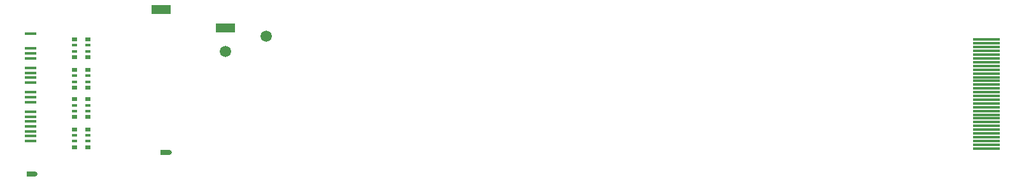
<source format=gbr>
%TF.GenerationSoftware,KiCad,Pcbnew,(6.0.7)*%
%TF.CreationDate,2022-09-05T21:16:32+02:00*%
%TF.ProjectId,rcp2n64adv2,72637032-6e36-4346-9164-76322e6b6963,v20220903*%
%TF.SameCoordinates,Original*%
%TF.FileFunction,Soldermask,Top*%
%TF.FilePolarity,Negative*%
%FSLAX46Y46*%
G04 Gerber Fmt 4.6, Leading zero omitted, Abs format (unit mm)*
G04 Created by KiCad (PCBNEW (6.0.7)) date 2022-09-05 21:16:32*
%MOMM*%
%LPD*%
G01*
G04 APERTURE LIST*
G04 Aperture macros list*
%AMRoundRect*
0 Rectangle with rounded corners*
0 $1 Rounding radius*
0 $2 $3 $4 $5 $6 $7 $8 $9 X,Y pos of 4 corners*
0 Add a 4 corners polygon primitive as box body*
4,1,4,$2,$3,$4,$5,$6,$7,$8,$9,$2,$3,0*
0 Add four circle primitives for the rounded corners*
1,1,$1+$1,$2,$3*
1,1,$1+$1,$4,$5*
1,1,$1+$1,$6,$7*
1,1,$1+$1,$8,$9*
0 Add four rect primitives between the rounded corners*
20,1,$1+$1,$2,$3,$4,$5,0*
20,1,$1+$1,$4,$5,$6,$7,0*
20,1,$1+$1,$6,$7,$8,$9,0*
20,1,$1+$1,$8,$9,$2,$3,0*%
G04 Aperture macros list end*
%ADD10C,1.500000*%
%ADD11R,0.800000X0.500000*%
%ADD12R,0.800000X0.400000*%
%ADD13C,0.450000*%
%ADD14R,1.350000X0.450000*%
%ADD15C,1.200000*%
%ADD16R,2.540000X1.270000*%
%ADD17RoundRect,0.050800X-1.750000X0.150000X-1.750000X-0.150000X1.750000X-0.150000X1.750000X0.150000X0*%
%ADD18C,0.635000*%
%ADD19R,1.270000X0.635000*%
G04 APERTURE END LIST*
D10*
%TO.C,J3.1*%
X117650000Y-93950000D03*
%TD*%
D11*
%TO.C,RN4*%
X92160000Y-106370000D03*
D12*
X92160000Y-107170000D03*
X92160000Y-107970000D03*
D11*
X92160000Y-108770000D03*
X93960000Y-108770000D03*
D12*
X93960000Y-107970000D03*
X93960000Y-107170000D03*
D11*
X93960000Y-106370000D03*
%TD*%
%TO.C,RN3*%
X92160000Y-102350000D03*
D12*
X92160000Y-103150000D03*
X92160000Y-103950000D03*
D11*
X92160000Y-104750000D03*
X93960000Y-104750000D03*
D12*
X93960000Y-103950000D03*
X93960000Y-103150000D03*
D11*
X93960000Y-102350000D03*
%TD*%
%TO.C,RN2*%
X92160000Y-98420000D03*
D12*
X92160000Y-99220000D03*
X92160000Y-100020000D03*
D11*
X92160000Y-100820000D03*
X93960000Y-100820000D03*
D12*
X93960000Y-100020000D03*
X93960000Y-99220000D03*
D11*
X93960000Y-98420000D03*
%TD*%
D13*
%TO.C,X2*%
X86435000Y-105980000D03*
D14*
X86435000Y-105980000D03*
D13*
X85760000Y-105980000D03*
%TD*%
D15*
%TO.C,J1*%
X104307500Y-90365000D03*
X103037500Y-90365000D03*
D16*
X103712500Y-90365000D03*
%TD*%
D10*
%TO.C,J3*%
X112300000Y-95950000D03*
%TD*%
D17*
%TO.C,J6*%
X213405000Y-94420000D03*
X213405000Y-94920000D03*
X213405000Y-95420000D03*
X213405000Y-95920000D03*
X213405000Y-96420000D03*
X213405000Y-96920000D03*
X213405000Y-97420000D03*
X213405000Y-97920000D03*
X213405000Y-98420000D03*
X213405000Y-98920000D03*
X213405000Y-99420000D03*
X213405000Y-99920000D03*
X213405000Y-100420000D03*
X213405000Y-100920000D03*
X213405000Y-101420000D03*
X213405000Y-101920000D03*
X213405000Y-102420000D03*
X213405000Y-102920000D03*
X213405000Y-103420000D03*
X213405000Y-103920000D03*
X213405000Y-104420000D03*
X213405000Y-104920000D03*
X213405000Y-105420000D03*
X213405000Y-105920000D03*
X213405000Y-106420000D03*
X213405000Y-106920000D03*
X213405000Y-107420000D03*
X213405000Y-107920000D03*
X213405000Y-108420000D03*
X213405000Y-108920000D03*
%TD*%
D11*
%TO.C,RN1*%
X92160000Y-94350000D03*
D12*
X92160000Y-95150000D03*
X92160000Y-95950000D03*
D11*
X92160000Y-96750000D03*
X93960000Y-96750000D03*
D12*
X93960000Y-95950000D03*
X93960000Y-95150000D03*
D11*
X93960000Y-94350000D03*
%TD*%
D15*
%TO.C,J2*%
X112925000Y-92870000D03*
X111655000Y-92870000D03*
D16*
X112250000Y-92870000D03*
%TD*%
D13*
%TO.C,X1*%
X86430000Y-107930000D03*
X85755000Y-107930000D03*
D14*
X86430000Y-107930000D03*
D13*
X86430000Y-107280000D03*
X85755000Y-107280000D03*
D14*
X86430000Y-107280000D03*
D13*
X86430000Y-106630000D03*
X85755000Y-106630000D03*
D14*
X86430000Y-106630000D03*
D13*
X86430000Y-105330000D03*
X85755000Y-105330000D03*
D14*
X86430000Y-105330000D03*
D13*
X85755000Y-104680000D03*
X86430000Y-104680000D03*
D14*
X86430000Y-104680000D03*
D13*
X86430000Y-104030000D03*
X85755000Y-104030000D03*
D14*
X86430000Y-104030000D03*
D13*
X86430000Y-102730000D03*
D14*
X86430000Y-102730000D03*
D13*
X85755000Y-102730000D03*
X85755000Y-102080000D03*
X86430000Y-102080000D03*
D14*
X86430000Y-102080000D03*
X86430000Y-101430000D03*
D13*
X85755000Y-101430000D03*
X86430000Y-101430000D03*
X86430000Y-100130000D03*
X85755000Y-100130000D03*
D14*
X86430000Y-100130000D03*
D13*
X85755000Y-99480000D03*
D14*
X86430000Y-99480000D03*
D13*
X86430000Y-99480000D03*
X86430000Y-98830000D03*
X85755000Y-98830000D03*
D14*
X86430000Y-98830000D03*
D13*
X86430000Y-98180000D03*
X85755000Y-98180000D03*
D14*
X86430000Y-98180000D03*
D13*
X86430000Y-96880000D03*
D14*
X86430000Y-96880000D03*
D13*
X85755000Y-96880000D03*
D14*
X86430000Y-96230000D03*
D13*
X85755000Y-96230000D03*
X86430000Y-96230000D03*
X86430000Y-95580000D03*
X85755000Y-95580000D03*
D14*
X86430000Y-95580000D03*
X86430000Y-93630000D03*
D13*
X85755000Y-93630000D03*
X86430000Y-93630000D03*
%TD*%
D18*
%TO.C,J5*%
X104787500Y-109490000D03*
D19*
X104257500Y-109490000D03*
D18*
X104092500Y-109490000D03*
%TD*%
%TO.C,J4*%
X86927500Y-112370000D03*
X86232500Y-112370000D03*
D19*
X86397500Y-112370000D03*
%TD*%
M02*

</source>
